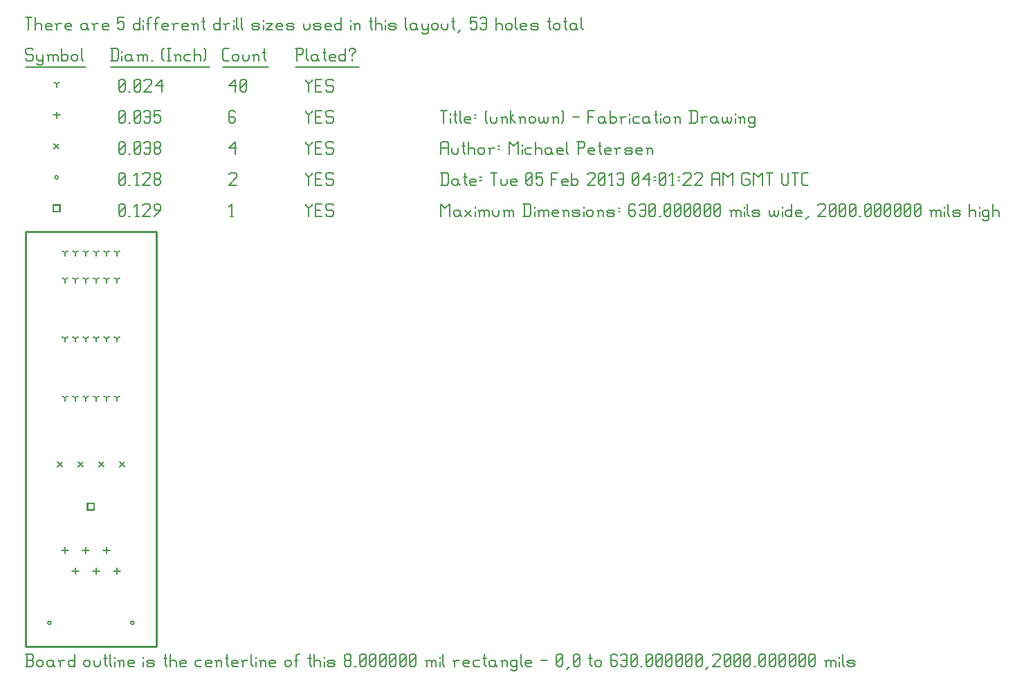
<source format=gbr>
G04 start of page 11 for group -3984 idx -3984 *
G04 Title: (unknown), fab *
G04 Creator: pcb 20110918 *
G04 CreationDate: Tue 05 Feb 2013 04:01:22 AM GMT UTC *
G04 For: railfan *
G04 Format: Gerber/RS-274X *
G04 PCB-Dimensions: 63000 200000 *
G04 PCB-Coordinate-Origin: lower left *
%MOIN*%
%FSLAX25Y25*%
%LNFAB*%
%ADD61C,0.0100*%
%ADD60C,0.0060*%
%ADD59R,0.0080X0.0080*%
G54D59*X29900Y69100D02*X33100D01*
X29900D02*Y65900D01*
X33100D01*
Y69100D02*Y65900D01*
X13400Y212850D02*X16600D01*
X13400D02*Y209650D01*
X16600D01*
Y212850D02*Y209650D01*
G54D60*X135000Y213500D02*Y212750D01*
X136500Y211250D01*
X138000Y212750D01*
Y213500D02*Y212750D01*
X136500Y211250D02*Y207500D01*
X139800Y210500D02*X142050D01*
X139800Y207500D02*X142800D01*
X139800Y213500D02*Y207500D01*
Y213500D02*X142800D01*
X147600D02*X148350Y212750D01*
X145350Y213500D02*X147600D01*
X144600Y212750D02*X145350Y213500D01*
X144600Y212750D02*Y211250D01*
X145350Y210500D01*
X147600D01*
X148350Y209750D01*
Y208250D01*
X147600Y207500D02*X148350Y208250D01*
X145350Y207500D02*X147600D01*
X144600Y208250D02*X145350Y207500D01*
X98750D02*X100250D01*
X99500Y213500D02*Y207500D01*
X98000Y212000D02*X99500Y213500D01*
X45000Y208250D02*X45750Y207500D01*
X45000Y212750D02*Y208250D01*
Y212750D02*X45750Y213500D01*
X47250D01*
X48000Y212750D01*
Y208250D01*
X47250Y207500D02*X48000Y208250D01*
X45750Y207500D02*X47250D01*
X45000Y209000D02*X48000Y212000D01*
X49800Y207500D02*X50550D01*
X53100D02*X54600D01*
X53850Y213500D02*Y207500D01*
X52350Y212000D02*X53850Y213500D01*
X56400Y212750D02*X57150Y213500D01*
X59400D01*
X60150Y212750D01*
Y211250D01*
X56400Y207500D02*X60150Y211250D01*
X56400Y207500D02*X60150D01*
X61950D02*X64950Y210500D01*
Y212750D02*Y210500D01*
X64200Y213500D02*X64950Y212750D01*
X62700Y213500D02*X64200D01*
X61950Y212750D02*X62700Y213500D01*
X61950Y212750D02*Y211250D01*
X62700Y210500D01*
X64950D01*
X10700Y11500D02*G75*G03X12300Y11500I800J0D01*G01*
G75*G03X10700Y11500I-800J0D01*G01*
X50700D02*G75*G03X52300Y11500I800J0D01*G01*
G75*G03X50700Y11500I-800J0D01*G01*
X14200Y226250D02*G75*G03X15800Y226250I800J0D01*G01*
G75*G03X14200Y226250I-800J0D01*G01*
X135000Y228500D02*Y227750D01*
X136500Y226250D01*
X138000Y227750D01*
Y228500D02*Y227750D01*
X136500Y226250D02*Y222500D01*
X139800Y225500D02*X142050D01*
X139800Y222500D02*X142800D01*
X139800Y228500D02*Y222500D01*
Y228500D02*X142800D01*
X147600D02*X148350Y227750D01*
X145350Y228500D02*X147600D01*
X144600Y227750D02*X145350Y228500D01*
X144600Y227750D02*Y226250D01*
X145350Y225500D01*
X147600D01*
X148350Y224750D01*
Y223250D01*
X147600Y222500D02*X148350Y223250D01*
X145350Y222500D02*X147600D01*
X144600Y223250D02*X145350Y222500D01*
X98000Y227750D02*X98750Y228500D01*
X101000D01*
X101750Y227750D01*
Y226250D01*
X98000Y222500D02*X101750Y226250D01*
X98000Y222500D02*X101750D01*
X45000Y223250D02*X45750Y222500D01*
X45000Y227750D02*Y223250D01*
Y227750D02*X45750Y228500D01*
X47250D01*
X48000Y227750D01*
Y223250D01*
X47250Y222500D02*X48000Y223250D01*
X45750Y222500D02*X47250D01*
X45000Y224000D02*X48000Y227000D01*
X49800Y222500D02*X50550D01*
X53100D02*X54600D01*
X53850Y228500D02*Y222500D01*
X52350Y227000D02*X53850Y228500D01*
X56400Y227750D02*X57150Y228500D01*
X59400D01*
X60150Y227750D01*
Y226250D01*
X56400Y222500D02*X60150Y226250D01*
X56400Y222500D02*X60150D01*
X61950Y223250D02*X62700Y222500D01*
X61950Y224750D02*Y223250D01*
Y224750D02*X62700Y225500D01*
X64200D01*
X64950Y224750D01*
Y223250D01*
X64200Y222500D02*X64950Y223250D01*
X62700Y222500D02*X64200D01*
X61950Y226250D02*X62700Y225500D01*
X61950Y227750D02*Y226250D01*
Y227750D02*X62700Y228500D01*
X64200D01*
X64950Y227750D01*
Y226250D01*
X64200Y225500D02*X64950Y226250D01*
X15300Y89200D02*X17700Y86800D01*
X15300D02*X17700Y89200D01*
X25300D02*X27700Y86800D01*
X25300D02*X27700Y89200D01*
X35300D02*X37700Y86800D01*
X35300D02*X37700Y89200D01*
X45300D02*X47700Y86800D01*
X45300D02*X47700Y89200D01*
X13800Y242450D02*X16200Y240050D01*
X13800D02*X16200Y242450D01*
X135000Y243500D02*Y242750D01*
X136500Y241250D01*
X138000Y242750D01*
Y243500D02*Y242750D01*
X136500Y241250D02*Y237500D01*
X139800Y240500D02*X142050D01*
X139800Y237500D02*X142800D01*
X139800Y243500D02*Y237500D01*
Y243500D02*X142800D01*
X147600D02*X148350Y242750D01*
X145350Y243500D02*X147600D01*
X144600Y242750D02*X145350Y243500D01*
X144600Y242750D02*Y241250D01*
X145350Y240500D01*
X147600D01*
X148350Y239750D01*
Y238250D01*
X147600Y237500D02*X148350Y238250D01*
X145350Y237500D02*X147600D01*
X144600Y238250D02*X145350Y237500D01*
X98000Y240500D02*X101000Y243500D01*
X98000Y240500D02*X101750D01*
X101000Y243500D02*Y237500D01*
X45000Y238250D02*X45750Y237500D01*
X45000Y242750D02*Y238250D01*
Y242750D02*X45750Y243500D01*
X47250D01*
X48000Y242750D01*
Y238250D01*
X47250Y237500D02*X48000Y238250D01*
X45750Y237500D02*X47250D01*
X45000Y239000D02*X48000Y242000D01*
X49800Y237500D02*X50550D01*
X52350Y238250D02*X53100Y237500D01*
X52350Y242750D02*Y238250D01*
Y242750D02*X53100Y243500D01*
X54600D01*
X55350Y242750D01*
Y238250D01*
X54600Y237500D02*X55350Y238250D01*
X53100Y237500D02*X54600D01*
X52350Y239000D02*X55350Y242000D01*
X57150Y242750D02*X57900Y243500D01*
X59400D01*
X60150Y242750D01*
Y238250D01*
X59400Y237500D02*X60150Y238250D01*
X57900Y237500D02*X59400D01*
X57150Y238250D02*X57900Y237500D01*
Y240500D02*X60150D01*
X61950Y238250D02*X62700Y237500D01*
X61950Y239750D02*Y238250D01*
Y239750D02*X62700Y240500D01*
X64200D01*
X64950Y239750D01*
Y238250D01*
X64200Y237500D02*X64950Y238250D01*
X62700Y237500D02*X64200D01*
X61950Y241250D02*X62700Y240500D01*
X61950Y242750D02*Y241250D01*
Y242750D02*X62700Y243500D01*
X64200D01*
X64950Y242750D01*
Y241250D01*
X64200Y240500D02*X64950Y241250D01*
X19000Y48100D02*Y44900D01*
X17400Y46500D02*X20600D01*
X24000Y38100D02*Y34900D01*
X22400Y36500D02*X25600D01*
X29000Y48100D02*Y44900D01*
X27400Y46500D02*X30600D01*
X34000Y38100D02*Y34900D01*
X32400Y36500D02*X35600D01*
X39000Y48100D02*Y44900D01*
X37400Y46500D02*X40600D01*
X44000Y38100D02*Y34900D01*
X42400Y36500D02*X45600D01*
X15000Y257850D02*Y254650D01*
X13400Y256250D02*X16600D01*
X135000Y258500D02*Y257750D01*
X136500Y256250D01*
X138000Y257750D01*
Y258500D02*Y257750D01*
X136500Y256250D02*Y252500D01*
X139800Y255500D02*X142050D01*
X139800Y252500D02*X142800D01*
X139800Y258500D02*Y252500D01*
Y258500D02*X142800D01*
X147600D02*X148350Y257750D01*
X145350Y258500D02*X147600D01*
X144600Y257750D02*X145350Y258500D01*
X144600Y257750D02*Y256250D01*
X145350Y255500D01*
X147600D01*
X148350Y254750D01*
Y253250D01*
X147600Y252500D02*X148350Y253250D01*
X145350Y252500D02*X147600D01*
X144600Y253250D02*X145350Y252500D01*
X100250Y258500D02*X101000Y257750D01*
X98750Y258500D02*X100250D01*
X98000Y257750D02*X98750Y258500D01*
X98000Y257750D02*Y253250D01*
X98750Y252500D01*
X100250Y255500D02*X101000Y254750D01*
X98000Y255500D02*X100250D01*
X98750Y252500D02*X100250D01*
X101000Y253250D01*
Y254750D02*Y253250D01*
X45000D02*X45750Y252500D01*
X45000Y257750D02*Y253250D01*
Y257750D02*X45750Y258500D01*
X47250D01*
X48000Y257750D01*
Y253250D01*
X47250Y252500D02*X48000Y253250D01*
X45750Y252500D02*X47250D01*
X45000Y254000D02*X48000Y257000D01*
X49800Y252500D02*X50550D01*
X52350Y253250D02*X53100Y252500D01*
X52350Y257750D02*Y253250D01*
Y257750D02*X53100Y258500D01*
X54600D01*
X55350Y257750D01*
Y253250D01*
X54600Y252500D02*X55350Y253250D01*
X53100Y252500D02*X54600D01*
X52350Y254000D02*X55350Y257000D01*
X57150Y257750D02*X57900Y258500D01*
X59400D01*
X60150Y257750D01*
Y253250D01*
X59400Y252500D02*X60150Y253250D01*
X57900Y252500D02*X59400D01*
X57150Y253250D02*X57900Y252500D01*
Y255500D02*X60150D01*
X61950Y258500D02*X64950D01*
X61950D02*Y255500D01*
X62700Y256250D01*
X64200D01*
X64950Y255500D01*
Y253250D01*
X64200Y252500D02*X64950Y253250D01*
X62700Y252500D02*X64200D01*
X61950Y253250D02*X62700Y252500D01*
X24000Y190000D02*Y188400D01*
Y190000D02*X25387Y190800D01*
X24000Y190000D02*X22613Y190800D01*
X29000Y190000D02*Y188400D01*
Y190000D02*X30387Y190800D01*
X29000Y190000D02*X27613Y190800D01*
X34000Y190000D02*Y188400D01*
Y190000D02*X35387Y190800D01*
X34000Y190000D02*X32613Y190800D01*
X39000Y190000D02*Y188400D01*
Y190000D02*X40387Y190800D01*
X39000Y190000D02*X37613Y190800D01*
X24000Y120000D02*Y118400D01*
Y120000D02*X25387Y120800D01*
X24000Y120000D02*X22613Y120800D01*
X29000Y120000D02*Y118400D01*
Y120000D02*X30387Y120800D01*
X29000Y120000D02*X27613Y120800D01*
X34000Y120000D02*Y118400D01*
Y120000D02*X35387Y120800D01*
X34000Y120000D02*X32613Y120800D01*
X39000Y120000D02*Y118400D01*
Y120000D02*X40387Y120800D01*
X39000Y120000D02*X37613Y120800D01*
X24000Y177000D02*Y175400D01*
Y177000D02*X25387Y177800D01*
X24000Y177000D02*X22613Y177800D01*
X29000Y177000D02*Y175400D01*
Y177000D02*X30387Y177800D01*
X29000Y177000D02*X27613Y177800D01*
X34000Y177000D02*Y175400D01*
Y177000D02*X35387Y177800D01*
X34000Y177000D02*X32613Y177800D01*
X39000Y177000D02*Y175400D01*
Y177000D02*X40387Y177800D01*
X39000Y177000D02*X37613Y177800D01*
X24000Y148500D02*Y146900D01*
Y148500D02*X25387Y149300D01*
X24000Y148500D02*X22613Y149300D01*
X29000Y148500D02*Y146900D01*
Y148500D02*X30387Y149300D01*
X29000Y148500D02*X27613Y149300D01*
X34000Y148500D02*Y146900D01*
Y148500D02*X35387Y149300D01*
X34000Y148500D02*X32613Y149300D01*
X39000Y148500D02*Y146900D01*
Y148500D02*X40387Y149300D01*
X39000Y148500D02*X37613Y149300D01*
X19000Y190000D02*Y188400D01*
Y190000D02*X20387Y190800D01*
X19000Y190000D02*X17613Y190800D01*
X24000Y190000D02*Y188400D01*
Y190000D02*X25387Y190800D01*
X24000Y190000D02*X22613Y190800D01*
X29000Y190000D02*Y188400D01*
Y190000D02*X30387Y190800D01*
X29000Y190000D02*X27613Y190800D01*
X34000Y190000D02*Y188400D01*
Y190000D02*X35387Y190800D01*
X34000Y190000D02*X32613Y190800D01*
X39000Y190000D02*Y188400D01*
Y190000D02*X40387Y190800D01*
X39000Y190000D02*X37613Y190800D01*
X44000Y190000D02*Y188400D01*
Y190000D02*X45387Y190800D01*
X44000Y190000D02*X42613Y190800D01*
X19000Y148500D02*Y146900D01*
Y148500D02*X20387Y149300D01*
X19000Y148500D02*X17613Y149300D01*
X24000Y148500D02*Y146900D01*
Y148500D02*X25387Y149300D01*
X24000Y148500D02*X22613Y149300D01*
X29000Y148500D02*Y146900D01*
Y148500D02*X30387Y149300D01*
X29000Y148500D02*X27613Y149300D01*
X34000Y148500D02*Y146900D01*
Y148500D02*X35387Y149300D01*
X34000Y148500D02*X32613Y149300D01*
X39000Y148500D02*Y146900D01*
Y148500D02*X40387Y149300D01*
X39000Y148500D02*X37613Y149300D01*
X44000Y148500D02*Y146900D01*
Y148500D02*X45387Y149300D01*
X44000Y148500D02*X42613Y149300D01*
X19000Y120000D02*Y118400D01*
Y120000D02*X20387Y120800D01*
X19000Y120000D02*X17613Y120800D01*
X24000Y120000D02*Y118400D01*
Y120000D02*X25387Y120800D01*
X24000Y120000D02*X22613Y120800D01*
X29000Y120000D02*Y118400D01*
Y120000D02*X30387Y120800D01*
X29000Y120000D02*X27613Y120800D01*
X34000Y120000D02*Y118400D01*
Y120000D02*X35387Y120800D01*
X34000Y120000D02*X32613Y120800D01*
X39000Y120000D02*Y118400D01*
Y120000D02*X40387Y120800D01*
X39000Y120000D02*X37613Y120800D01*
X44000Y120000D02*Y118400D01*
Y120000D02*X45387Y120800D01*
X44000Y120000D02*X42613Y120800D01*
X19000Y177000D02*Y175400D01*
Y177000D02*X20387Y177800D01*
X19000Y177000D02*X17613Y177800D01*
X24000Y177000D02*Y175400D01*
Y177000D02*X25387Y177800D01*
X24000Y177000D02*X22613Y177800D01*
X29000Y177000D02*Y175400D01*
Y177000D02*X30387Y177800D01*
X29000Y177000D02*X27613Y177800D01*
X34000Y177000D02*Y175400D01*
Y177000D02*X35387Y177800D01*
X34000Y177000D02*X32613Y177800D01*
X39000Y177000D02*Y175400D01*
Y177000D02*X40387Y177800D01*
X39000Y177000D02*X37613Y177800D01*
X44000Y177000D02*Y175400D01*
Y177000D02*X45387Y177800D01*
X44000Y177000D02*X42613Y177800D01*
X15000Y271250D02*Y269650D01*
Y271250D02*X16387Y272050D01*
X15000Y271250D02*X13613Y272050D01*
X135000Y273500D02*Y272750D01*
X136500Y271250D01*
X138000Y272750D01*
Y273500D02*Y272750D01*
X136500Y271250D02*Y267500D01*
X139800Y270500D02*X142050D01*
X139800Y267500D02*X142800D01*
X139800Y273500D02*Y267500D01*
Y273500D02*X142800D01*
X147600D02*X148350Y272750D01*
X145350Y273500D02*X147600D01*
X144600Y272750D02*X145350Y273500D01*
X144600Y272750D02*Y271250D01*
X145350Y270500D01*
X147600D01*
X148350Y269750D01*
Y268250D01*
X147600Y267500D02*X148350Y268250D01*
X145350Y267500D02*X147600D01*
X144600Y268250D02*X145350Y267500D01*
X98000Y270500D02*X101000Y273500D01*
X98000Y270500D02*X101750D01*
X101000Y273500D02*Y267500D01*
X103550Y268250D02*X104300Y267500D01*
X103550Y272750D02*Y268250D01*
Y272750D02*X104300Y273500D01*
X105800D01*
X106550Y272750D01*
Y268250D01*
X105800Y267500D02*X106550Y268250D01*
X104300Y267500D02*X105800D01*
X103550Y269000D02*X106550Y272000D01*
X45000Y268250D02*X45750Y267500D01*
X45000Y272750D02*Y268250D01*
Y272750D02*X45750Y273500D01*
X47250D01*
X48000Y272750D01*
Y268250D01*
X47250Y267500D02*X48000Y268250D01*
X45750Y267500D02*X47250D01*
X45000Y269000D02*X48000Y272000D01*
X49800Y267500D02*X50550D01*
X52350Y268250D02*X53100Y267500D01*
X52350Y272750D02*Y268250D01*
Y272750D02*X53100Y273500D01*
X54600D01*
X55350Y272750D01*
Y268250D01*
X54600Y267500D02*X55350Y268250D01*
X53100Y267500D02*X54600D01*
X52350Y269000D02*X55350Y272000D01*
X57150Y272750D02*X57900Y273500D01*
X60150D01*
X60900Y272750D01*
Y271250D01*
X57150Y267500D02*X60900Y271250D01*
X57150Y267500D02*X60900D01*
X62700Y270500D02*X65700Y273500D01*
X62700Y270500D02*X66450D01*
X65700Y273500D02*Y267500D01*
X3000Y288500D02*X3750Y287750D01*
X750Y288500D02*X3000D01*
X0Y287750D02*X750Y288500D01*
X0Y287750D02*Y286250D01*
X750Y285500D01*
X3000D01*
X3750Y284750D01*
Y283250D01*
X3000Y282500D02*X3750Y283250D01*
X750Y282500D02*X3000D01*
X0Y283250D02*X750Y282500D01*
X5550Y285500D02*Y283250D01*
X6300Y282500D01*
X8550Y285500D02*Y281000D01*
X7800Y280250D02*X8550Y281000D01*
X6300Y280250D02*X7800D01*
X5550Y281000D02*X6300Y280250D01*
Y282500D02*X7800D01*
X8550Y283250D01*
X11100Y284750D02*Y282500D01*
Y284750D02*X11850Y285500D01*
X12600D01*
X13350Y284750D01*
Y282500D01*
Y284750D02*X14100Y285500D01*
X14850D01*
X15600Y284750D01*
Y282500D01*
X10350Y285500D02*X11100Y284750D01*
X17400Y288500D02*Y282500D01*
Y283250D02*X18150Y282500D01*
X19650D01*
X20400Y283250D01*
Y284750D02*Y283250D01*
X19650Y285500D02*X20400Y284750D01*
X18150Y285500D02*X19650D01*
X17400Y284750D02*X18150Y285500D01*
X22200Y284750D02*Y283250D01*
Y284750D02*X22950Y285500D01*
X24450D01*
X25200Y284750D01*
Y283250D01*
X24450Y282500D02*X25200Y283250D01*
X22950Y282500D02*X24450D01*
X22200Y283250D02*X22950Y282500D01*
X27000Y288500D02*Y283250D01*
X27750Y282500D01*
X0Y279250D02*X29250D01*
X41750Y288500D02*Y282500D01*
X44000Y288500D02*X44750Y287750D01*
Y283250D01*
X44000Y282500D02*X44750Y283250D01*
X41000Y282500D02*X44000D01*
X41000Y288500D02*X44000D01*
X46550Y287000D02*Y286250D01*
Y284750D02*Y282500D01*
X50300Y285500D02*X51050Y284750D01*
X48800Y285500D02*X50300D01*
X48050Y284750D02*X48800Y285500D01*
X48050Y284750D02*Y283250D01*
X48800Y282500D01*
X51050Y285500D02*Y283250D01*
X51800Y282500D01*
X48800D02*X50300D01*
X51050Y283250D01*
X54350Y284750D02*Y282500D01*
Y284750D02*X55100Y285500D01*
X55850D01*
X56600Y284750D01*
Y282500D01*
Y284750D02*X57350Y285500D01*
X58100D01*
X58850Y284750D01*
Y282500D01*
X53600Y285500D02*X54350Y284750D01*
X60650Y282500D02*X61400D01*
X65900Y283250D02*X66650Y282500D01*
X65900Y287750D02*X66650Y288500D01*
X65900Y287750D02*Y283250D01*
X68450Y288500D02*X69950D01*
X69200D02*Y282500D01*
X68450D02*X69950D01*
X72500Y284750D02*Y282500D01*
Y284750D02*X73250Y285500D01*
X74000D01*
X74750Y284750D01*
Y282500D01*
X71750Y285500D02*X72500Y284750D01*
X77300Y285500D02*X79550D01*
X76550Y284750D02*X77300Y285500D01*
X76550Y284750D02*Y283250D01*
X77300Y282500D01*
X79550D01*
X81350Y288500D02*Y282500D01*
Y284750D02*X82100Y285500D01*
X83600D01*
X84350Y284750D01*
Y282500D01*
X86150Y288500D02*X86900Y287750D01*
Y283250D01*
X86150Y282500D02*X86900Y283250D01*
X41000Y279250D02*X88700D01*
X95750Y282500D02*X98000D01*
X95000Y283250D02*X95750Y282500D01*
X95000Y287750D02*Y283250D01*
Y287750D02*X95750Y288500D01*
X98000D01*
X99800Y284750D02*Y283250D01*
Y284750D02*X100550Y285500D01*
X102050D01*
X102800Y284750D01*
Y283250D01*
X102050Y282500D02*X102800Y283250D01*
X100550Y282500D02*X102050D01*
X99800Y283250D02*X100550Y282500D01*
X104600Y285500D02*Y283250D01*
X105350Y282500D01*
X106850D01*
X107600Y283250D01*
Y285500D02*Y283250D01*
X110150Y284750D02*Y282500D01*
Y284750D02*X110900Y285500D01*
X111650D01*
X112400Y284750D01*
Y282500D01*
X109400Y285500D02*X110150Y284750D01*
X114950Y288500D02*Y283250D01*
X115700Y282500D01*
X114200Y286250D02*X115700D01*
X95000Y279250D02*X117200D01*
X130750Y288500D02*Y282500D01*
X130000Y288500D02*X133000D01*
X133750Y287750D01*
Y286250D01*
X133000Y285500D02*X133750Y286250D01*
X130750Y285500D02*X133000D01*
X135550Y288500D02*Y283250D01*
X136300Y282500D01*
X140050Y285500D02*X140800Y284750D01*
X138550Y285500D02*X140050D01*
X137800Y284750D02*X138550Y285500D01*
X137800Y284750D02*Y283250D01*
X138550Y282500D01*
X140800Y285500D02*Y283250D01*
X141550Y282500D01*
X138550D02*X140050D01*
X140800Y283250D01*
X144100Y288500D02*Y283250D01*
X144850Y282500D01*
X143350Y286250D02*X144850D01*
X147100Y282500D02*X149350D01*
X146350Y283250D02*X147100Y282500D01*
X146350Y284750D02*Y283250D01*
Y284750D02*X147100Y285500D01*
X148600D01*
X149350Y284750D01*
X146350Y284000D02*X149350D01*
Y284750D02*Y284000D01*
X154150Y288500D02*Y282500D01*
X153400D02*X154150Y283250D01*
X151900Y282500D02*X153400D01*
X151150Y283250D02*X151900Y282500D01*
X151150Y284750D02*Y283250D01*
Y284750D02*X151900Y285500D01*
X153400D01*
X154150Y284750D01*
X157450Y285500D02*Y284750D01*
Y283250D02*Y282500D01*
X155950Y287750D02*Y287000D01*
Y287750D02*X156700Y288500D01*
X158200D01*
X158950Y287750D01*
Y287000D01*
X157450Y285500D02*X158950Y287000D01*
X130000Y279250D02*X160750D01*
X0Y303500D02*X3000D01*
X1500D02*Y297500D01*
X4800Y303500D02*Y297500D01*
Y299750D02*X5550Y300500D01*
X7050D01*
X7800Y299750D01*
Y297500D01*
X10350D02*X12600D01*
X9600Y298250D02*X10350Y297500D01*
X9600Y299750D02*Y298250D01*
Y299750D02*X10350Y300500D01*
X11850D01*
X12600Y299750D01*
X9600Y299000D02*X12600D01*
Y299750D02*Y299000D01*
X15150Y299750D02*Y297500D01*
Y299750D02*X15900Y300500D01*
X17400D01*
X14400D02*X15150Y299750D01*
X19950Y297500D02*X22200D01*
X19200Y298250D02*X19950Y297500D01*
X19200Y299750D02*Y298250D01*
Y299750D02*X19950Y300500D01*
X21450D01*
X22200Y299750D01*
X19200Y299000D02*X22200D01*
Y299750D02*Y299000D01*
X28950Y300500D02*X29700Y299750D01*
X27450Y300500D02*X28950D01*
X26700Y299750D02*X27450Y300500D01*
X26700Y299750D02*Y298250D01*
X27450Y297500D01*
X29700Y300500D02*Y298250D01*
X30450Y297500D01*
X27450D02*X28950D01*
X29700Y298250D01*
X33000Y299750D02*Y297500D01*
Y299750D02*X33750Y300500D01*
X35250D01*
X32250D02*X33000Y299750D01*
X37800Y297500D02*X40050D01*
X37050Y298250D02*X37800Y297500D01*
X37050Y299750D02*Y298250D01*
Y299750D02*X37800Y300500D01*
X39300D01*
X40050Y299750D01*
X37050Y299000D02*X40050D01*
Y299750D02*Y299000D01*
X44550Y303500D02*X47550D01*
X44550D02*Y300500D01*
X45300Y301250D01*
X46800D01*
X47550Y300500D01*
Y298250D01*
X46800Y297500D02*X47550Y298250D01*
X45300Y297500D02*X46800D01*
X44550Y298250D02*X45300Y297500D01*
X55050Y303500D02*Y297500D01*
X54300D02*X55050Y298250D01*
X52800Y297500D02*X54300D01*
X52050Y298250D02*X52800Y297500D01*
X52050Y299750D02*Y298250D01*
Y299750D02*X52800Y300500D01*
X54300D01*
X55050Y299750D01*
X56850Y302000D02*Y301250D01*
Y299750D02*Y297500D01*
X59100Y302750D02*Y297500D01*
Y302750D02*X59850Y303500D01*
X60600D01*
X58350Y300500D02*X59850D01*
X62850Y302750D02*Y297500D01*
Y302750D02*X63600Y303500D01*
X64350D01*
X62100Y300500D02*X63600D01*
X66600Y297500D02*X68850D01*
X65850Y298250D02*X66600Y297500D01*
X65850Y299750D02*Y298250D01*
Y299750D02*X66600Y300500D01*
X68100D01*
X68850Y299750D01*
X65850Y299000D02*X68850D01*
Y299750D02*Y299000D01*
X71400Y299750D02*Y297500D01*
Y299750D02*X72150Y300500D01*
X73650D01*
X70650D02*X71400Y299750D01*
X76200Y297500D02*X78450D01*
X75450Y298250D02*X76200Y297500D01*
X75450Y299750D02*Y298250D01*
Y299750D02*X76200Y300500D01*
X77700D01*
X78450Y299750D01*
X75450Y299000D02*X78450D01*
Y299750D02*Y299000D01*
X81000Y299750D02*Y297500D01*
Y299750D02*X81750Y300500D01*
X82500D01*
X83250Y299750D01*
Y297500D01*
X80250Y300500D02*X81000Y299750D01*
X85800Y303500D02*Y298250D01*
X86550Y297500D01*
X85050Y301250D02*X86550D01*
X93750Y303500D02*Y297500D01*
X93000D02*X93750Y298250D01*
X91500Y297500D02*X93000D01*
X90750Y298250D02*X91500Y297500D01*
X90750Y299750D02*Y298250D01*
Y299750D02*X91500Y300500D01*
X93000D01*
X93750Y299750D01*
X96300D02*Y297500D01*
Y299750D02*X97050Y300500D01*
X98550D01*
X95550D02*X96300Y299750D01*
X100350Y302000D02*Y301250D01*
Y299750D02*Y297500D01*
X101850Y303500D02*Y298250D01*
X102600Y297500D01*
X104100Y303500D02*Y298250D01*
X104850Y297500D01*
X109800D02*X112050D01*
X112800Y298250D01*
X112050Y299000D02*X112800Y298250D01*
X109800Y299000D02*X112050D01*
X109050Y299750D02*X109800Y299000D01*
X109050Y299750D02*X109800Y300500D01*
X112050D01*
X112800Y299750D01*
X109050Y298250D02*X109800Y297500D01*
X114600Y302000D02*Y301250D01*
Y299750D02*Y297500D01*
X116100Y300500D02*X119100D01*
X116100Y297500D02*X119100Y300500D01*
X116100Y297500D02*X119100D01*
X121650D02*X123900D01*
X120900Y298250D02*X121650Y297500D01*
X120900Y299750D02*Y298250D01*
Y299750D02*X121650Y300500D01*
X123150D01*
X123900Y299750D01*
X120900Y299000D02*X123900D01*
Y299750D02*Y299000D01*
X126450Y297500D02*X128700D01*
X129450Y298250D01*
X128700Y299000D02*X129450Y298250D01*
X126450Y299000D02*X128700D01*
X125700Y299750D02*X126450Y299000D01*
X125700Y299750D02*X126450Y300500D01*
X128700D01*
X129450Y299750D01*
X125700Y298250D02*X126450Y297500D01*
X133950Y300500D02*Y298250D01*
X134700Y297500D01*
X136200D01*
X136950Y298250D01*
Y300500D02*Y298250D01*
X139500Y297500D02*X141750D01*
X142500Y298250D01*
X141750Y299000D02*X142500Y298250D01*
X139500Y299000D02*X141750D01*
X138750Y299750D02*X139500Y299000D01*
X138750Y299750D02*X139500Y300500D01*
X141750D01*
X142500Y299750D01*
X138750Y298250D02*X139500Y297500D01*
X145050D02*X147300D01*
X144300Y298250D02*X145050Y297500D01*
X144300Y299750D02*Y298250D01*
Y299750D02*X145050Y300500D01*
X146550D01*
X147300Y299750D01*
X144300Y299000D02*X147300D01*
Y299750D02*Y299000D01*
X152100Y303500D02*Y297500D01*
X151350D02*X152100Y298250D01*
X149850Y297500D02*X151350D01*
X149100Y298250D02*X149850Y297500D01*
X149100Y299750D02*Y298250D01*
Y299750D02*X149850Y300500D01*
X151350D01*
X152100Y299750D01*
X156600Y302000D02*Y301250D01*
Y299750D02*Y297500D01*
X158850Y299750D02*Y297500D01*
Y299750D02*X159600Y300500D01*
X160350D01*
X161100Y299750D01*
Y297500D01*
X158100Y300500D02*X158850Y299750D01*
X166350Y303500D02*Y298250D01*
X167100Y297500D01*
X165600Y301250D02*X167100D01*
X168600Y303500D02*Y297500D01*
Y299750D02*X169350Y300500D01*
X170850D01*
X171600Y299750D01*
Y297500D01*
X173400Y302000D02*Y301250D01*
Y299750D02*Y297500D01*
X175650D02*X177900D01*
X178650Y298250D01*
X177900Y299000D02*X178650Y298250D01*
X175650Y299000D02*X177900D01*
X174900Y299750D02*X175650Y299000D01*
X174900Y299750D02*X175650Y300500D01*
X177900D01*
X178650Y299750D01*
X174900Y298250D02*X175650Y297500D01*
X183150Y303500D02*Y298250D01*
X183900Y297500D01*
X187650Y300500D02*X188400Y299750D01*
X186150Y300500D02*X187650D01*
X185400Y299750D02*X186150Y300500D01*
X185400Y299750D02*Y298250D01*
X186150Y297500D01*
X188400Y300500D02*Y298250D01*
X189150Y297500D01*
X186150D02*X187650D01*
X188400Y298250D01*
X190950Y300500D02*Y298250D01*
X191700Y297500D01*
X193950Y300500D02*Y296000D01*
X193200Y295250D02*X193950Y296000D01*
X191700Y295250D02*X193200D01*
X190950Y296000D02*X191700Y295250D01*
Y297500D02*X193200D01*
X193950Y298250D01*
X195750Y299750D02*Y298250D01*
Y299750D02*X196500Y300500D01*
X198000D01*
X198750Y299750D01*
Y298250D01*
X198000Y297500D02*X198750Y298250D01*
X196500Y297500D02*X198000D01*
X195750Y298250D02*X196500Y297500D01*
X200550Y300500D02*Y298250D01*
X201300Y297500D01*
X202800D01*
X203550Y298250D01*
Y300500D02*Y298250D01*
X206100Y303500D02*Y298250D01*
X206850Y297500D01*
X205350Y301250D02*X206850D01*
X208350Y296000D02*X209850Y297500D01*
X214350Y303500D02*X217350D01*
X214350D02*Y300500D01*
X215100Y301250D01*
X216600D01*
X217350Y300500D01*
Y298250D01*
X216600Y297500D02*X217350Y298250D01*
X215100Y297500D02*X216600D01*
X214350Y298250D02*X215100Y297500D01*
X219150Y302750D02*X219900Y303500D01*
X221400D01*
X222150Y302750D01*
Y298250D01*
X221400Y297500D02*X222150Y298250D01*
X219900Y297500D02*X221400D01*
X219150Y298250D02*X219900Y297500D01*
Y300500D02*X222150D01*
X226650Y303500D02*Y297500D01*
Y299750D02*X227400Y300500D01*
X228900D01*
X229650Y299750D01*
Y297500D01*
X231450Y299750D02*Y298250D01*
Y299750D02*X232200Y300500D01*
X233700D01*
X234450Y299750D01*
Y298250D01*
X233700Y297500D02*X234450Y298250D01*
X232200Y297500D02*X233700D01*
X231450Y298250D02*X232200Y297500D01*
X236250Y303500D02*Y298250D01*
X237000Y297500D01*
X239250D02*X241500D01*
X238500Y298250D02*X239250Y297500D01*
X238500Y299750D02*Y298250D01*
Y299750D02*X239250Y300500D01*
X240750D01*
X241500Y299750D01*
X238500Y299000D02*X241500D01*
Y299750D02*Y299000D01*
X244050Y297500D02*X246300D01*
X247050Y298250D01*
X246300Y299000D02*X247050Y298250D01*
X244050Y299000D02*X246300D01*
X243300Y299750D02*X244050Y299000D01*
X243300Y299750D02*X244050Y300500D01*
X246300D01*
X247050Y299750D01*
X243300Y298250D02*X244050Y297500D01*
X252300Y303500D02*Y298250D01*
X253050Y297500D01*
X251550Y301250D02*X253050D01*
X254550Y299750D02*Y298250D01*
Y299750D02*X255300Y300500D01*
X256800D01*
X257550Y299750D01*
Y298250D01*
X256800Y297500D02*X257550Y298250D01*
X255300Y297500D02*X256800D01*
X254550Y298250D02*X255300Y297500D01*
X260100Y303500D02*Y298250D01*
X260850Y297500D01*
X259350Y301250D02*X260850D01*
X264600Y300500D02*X265350Y299750D01*
X263100Y300500D02*X264600D01*
X262350Y299750D02*X263100Y300500D01*
X262350Y299750D02*Y298250D01*
X263100Y297500D01*
X265350Y300500D02*Y298250D01*
X266100Y297500D01*
X263100D02*X264600D01*
X265350Y298250D01*
X267900Y303500D02*Y298250D01*
X268650Y297500D01*
G54D61*X0Y200000D02*X63000D01*
X0D02*Y0D01*
X63000Y200000D02*Y0D01*
X0D02*X63000D01*
G54D60*X200000Y213500D02*Y207500D01*
Y213500D02*X202250Y211250D01*
X204500Y213500D01*
Y207500D01*
X208550Y210500D02*X209300Y209750D01*
X207050Y210500D02*X208550D01*
X206300Y209750D02*X207050Y210500D01*
X206300Y209750D02*Y208250D01*
X207050Y207500D01*
X209300Y210500D02*Y208250D01*
X210050Y207500D01*
X207050D02*X208550D01*
X209300Y208250D01*
X211850Y210500D02*X214850Y207500D01*
X211850D02*X214850Y210500D01*
X216650Y212000D02*Y211250D01*
Y209750D02*Y207500D01*
X218900Y209750D02*Y207500D01*
Y209750D02*X219650Y210500D01*
X220400D01*
X221150Y209750D01*
Y207500D01*
Y209750D02*X221900Y210500D01*
X222650D01*
X223400Y209750D01*
Y207500D01*
X218150Y210500D02*X218900Y209750D01*
X225200Y210500D02*Y208250D01*
X225950Y207500D01*
X227450D01*
X228200Y208250D01*
Y210500D02*Y208250D01*
X230750Y209750D02*Y207500D01*
Y209750D02*X231500Y210500D01*
X232250D01*
X233000Y209750D01*
Y207500D01*
Y209750D02*X233750Y210500D01*
X234500D01*
X235250Y209750D01*
Y207500D01*
X230000Y210500D02*X230750Y209750D01*
X240500Y213500D02*Y207500D01*
X242750Y213500D02*X243500Y212750D01*
Y208250D01*
X242750Y207500D02*X243500Y208250D01*
X239750Y207500D02*X242750D01*
X239750Y213500D02*X242750D01*
X245300Y212000D02*Y211250D01*
Y209750D02*Y207500D01*
X247550Y209750D02*Y207500D01*
Y209750D02*X248300Y210500D01*
X249050D01*
X249800Y209750D01*
Y207500D01*
Y209750D02*X250550Y210500D01*
X251300D01*
X252050Y209750D01*
Y207500D01*
X246800Y210500D02*X247550Y209750D01*
X254600Y207500D02*X256850D01*
X253850Y208250D02*X254600Y207500D01*
X253850Y209750D02*Y208250D01*
Y209750D02*X254600Y210500D01*
X256100D01*
X256850Y209750D01*
X253850Y209000D02*X256850D01*
Y209750D02*Y209000D01*
X259400Y209750D02*Y207500D01*
Y209750D02*X260150Y210500D01*
X260900D01*
X261650Y209750D01*
Y207500D01*
X258650Y210500D02*X259400Y209750D01*
X264200Y207500D02*X266450D01*
X267200Y208250D01*
X266450Y209000D02*X267200Y208250D01*
X264200Y209000D02*X266450D01*
X263450Y209750D02*X264200Y209000D01*
X263450Y209750D02*X264200Y210500D01*
X266450D01*
X267200Y209750D01*
X263450Y208250D02*X264200Y207500D01*
X269000Y212000D02*Y211250D01*
Y209750D02*Y207500D01*
X270500Y209750D02*Y208250D01*
Y209750D02*X271250Y210500D01*
X272750D01*
X273500Y209750D01*
Y208250D01*
X272750Y207500D02*X273500Y208250D01*
X271250Y207500D02*X272750D01*
X270500Y208250D02*X271250Y207500D01*
X276050Y209750D02*Y207500D01*
Y209750D02*X276800Y210500D01*
X277550D01*
X278300Y209750D01*
Y207500D01*
X275300Y210500D02*X276050Y209750D01*
X280850Y207500D02*X283100D01*
X283850Y208250D01*
X283100Y209000D02*X283850Y208250D01*
X280850Y209000D02*X283100D01*
X280100Y209750D02*X280850Y209000D01*
X280100Y209750D02*X280850Y210500D01*
X283100D01*
X283850Y209750D01*
X280100Y208250D02*X280850Y207500D01*
X285650Y211250D02*X286400D01*
X285650Y209750D02*X286400D01*
X293150Y213500D02*X293900Y212750D01*
X291650Y213500D02*X293150D01*
X290900Y212750D02*X291650Y213500D01*
X290900Y212750D02*Y208250D01*
X291650Y207500D01*
X293150Y210500D02*X293900Y209750D01*
X290900Y210500D02*X293150D01*
X291650Y207500D02*X293150D01*
X293900Y208250D01*
Y209750D02*Y208250D01*
X295700Y212750D02*X296450Y213500D01*
X297950D01*
X298700Y212750D01*
Y208250D01*
X297950Y207500D02*X298700Y208250D01*
X296450Y207500D02*X297950D01*
X295700Y208250D02*X296450Y207500D01*
Y210500D02*X298700D01*
X300500Y208250D02*X301250Y207500D01*
X300500Y212750D02*Y208250D01*
Y212750D02*X301250Y213500D01*
X302750D01*
X303500Y212750D01*
Y208250D01*
X302750Y207500D02*X303500Y208250D01*
X301250Y207500D02*X302750D01*
X300500Y209000D02*X303500Y212000D01*
X305300Y207500D02*X306050D01*
X307850Y208250D02*X308600Y207500D01*
X307850Y212750D02*Y208250D01*
Y212750D02*X308600Y213500D01*
X310100D01*
X310850Y212750D01*
Y208250D01*
X310100Y207500D02*X310850Y208250D01*
X308600Y207500D02*X310100D01*
X307850Y209000D02*X310850Y212000D01*
X312650Y208250D02*X313400Y207500D01*
X312650Y212750D02*Y208250D01*
Y212750D02*X313400Y213500D01*
X314900D01*
X315650Y212750D01*
Y208250D01*
X314900Y207500D02*X315650Y208250D01*
X313400Y207500D02*X314900D01*
X312650Y209000D02*X315650Y212000D01*
X317450Y208250D02*X318200Y207500D01*
X317450Y212750D02*Y208250D01*
Y212750D02*X318200Y213500D01*
X319700D01*
X320450Y212750D01*
Y208250D01*
X319700Y207500D02*X320450Y208250D01*
X318200Y207500D02*X319700D01*
X317450Y209000D02*X320450Y212000D01*
X322250Y208250D02*X323000Y207500D01*
X322250Y212750D02*Y208250D01*
Y212750D02*X323000Y213500D01*
X324500D01*
X325250Y212750D01*
Y208250D01*
X324500Y207500D02*X325250Y208250D01*
X323000Y207500D02*X324500D01*
X322250Y209000D02*X325250Y212000D01*
X327050Y208250D02*X327800Y207500D01*
X327050Y212750D02*Y208250D01*
Y212750D02*X327800Y213500D01*
X329300D01*
X330050Y212750D01*
Y208250D01*
X329300Y207500D02*X330050Y208250D01*
X327800Y207500D02*X329300D01*
X327050Y209000D02*X330050Y212000D01*
X331850Y208250D02*X332600Y207500D01*
X331850Y212750D02*Y208250D01*
Y212750D02*X332600Y213500D01*
X334100D01*
X334850Y212750D01*
Y208250D01*
X334100Y207500D02*X334850Y208250D01*
X332600Y207500D02*X334100D01*
X331850Y209000D02*X334850Y212000D01*
X340100Y209750D02*Y207500D01*
Y209750D02*X340850Y210500D01*
X341600D01*
X342350Y209750D01*
Y207500D01*
Y209750D02*X343100Y210500D01*
X343850D01*
X344600Y209750D01*
Y207500D01*
X339350Y210500D02*X340100Y209750D01*
X346400Y212000D02*Y211250D01*
Y209750D02*Y207500D01*
X347900Y213500D02*Y208250D01*
X348650Y207500D01*
X350900D02*X353150D01*
X353900Y208250D01*
X353150Y209000D02*X353900Y208250D01*
X350900Y209000D02*X353150D01*
X350150Y209750D02*X350900Y209000D01*
X350150Y209750D02*X350900Y210500D01*
X353150D01*
X353900Y209750D01*
X350150Y208250D02*X350900Y207500D01*
X358400Y210500D02*Y208250D01*
X359150Y207500D01*
X359900D01*
X360650Y208250D01*
Y210500D02*Y208250D01*
X361400Y207500D01*
X362150D01*
X362900Y208250D01*
Y210500D02*Y208250D01*
X364700Y212000D02*Y211250D01*
Y209750D02*Y207500D01*
X369200Y213500D02*Y207500D01*
X368450D02*X369200Y208250D01*
X366950Y207500D02*X368450D01*
X366200Y208250D02*X366950Y207500D01*
X366200Y209750D02*Y208250D01*
Y209750D02*X366950Y210500D01*
X368450D01*
X369200Y209750D01*
X371750Y207500D02*X374000D01*
X371000Y208250D02*X371750Y207500D01*
X371000Y209750D02*Y208250D01*
Y209750D02*X371750Y210500D01*
X373250D01*
X374000Y209750D01*
X371000Y209000D02*X374000D01*
Y209750D02*Y209000D01*
X375800Y206000D02*X377300Y207500D01*
X381800Y212750D02*X382550Y213500D01*
X384800D01*
X385550Y212750D01*
Y211250D01*
X381800Y207500D02*X385550Y211250D01*
X381800Y207500D02*X385550D01*
X387350Y208250D02*X388100Y207500D01*
X387350Y212750D02*Y208250D01*
Y212750D02*X388100Y213500D01*
X389600D01*
X390350Y212750D01*
Y208250D01*
X389600Y207500D02*X390350Y208250D01*
X388100Y207500D02*X389600D01*
X387350Y209000D02*X390350Y212000D01*
X392150Y208250D02*X392900Y207500D01*
X392150Y212750D02*Y208250D01*
Y212750D02*X392900Y213500D01*
X394400D01*
X395150Y212750D01*
Y208250D01*
X394400Y207500D02*X395150Y208250D01*
X392900Y207500D02*X394400D01*
X392150Y209000D02*X395150Y212000D01*
X396950Y208250D02*X397700Y207500D01*
X396950Y212750D02*Y208250D01*
Y212750D02*X397700Y213500D01*
X399200D01*
X399950Y212750D01*
Y208250D01*
X399200Y207500D02*X399950Y208250D01*
X397700Y207500D02*X399200D01*
X396950Y209000D02*X399950Y212000D01*
X401750Y207500D02*X402500D01*
X404300Y208250D02*X405050Y207500D01*
X404300Y212750D02*Y208250D01*
Y212750D02*X405050Y213500D01*
X406550D01*
X407300Y212750D01*
Y208250D01*
X406550Y207500D02*X407300Y208250D01*
X405050Y207500D02*X406550D01*
X404300Y209000D02*X407300Y212000D01*
X409100Y208250D02*X409850Y207500D01*
X409100Y212750D02*Y208250D01*
Y212750D02*X409850Y213500D01*
X411350D01*
X412100Y212750D01*
Y208250D01*
X411350Y207500D02*X412100Y208250D01*
X409850Y207500D02*X411350D01*
X409100Y209000D02*X412100Y212000D01*
X413900Y208250D02*X414650Y207500D01*
X413900Y212750D02*Y208250D01*
Y212750D02*X414650Y213500D01*
X416150D01*
X416900Y212750D01*
Y208250D01*
X416150Y207500D02*X416900Y208250D01*
X414650Y207500D02*X416150D01*
X413900Y209000D02*X416900Y212000D01*
X418700Y208250D02*X419450Y207500D01*
X418700Y212750D02*Y208250D01*
Y212750D02*X419450Y213500D01*
X420950D01*
X421700Y212750D01*
Y208250D01*
X420950Y207500D02*X421700Y208250D01*
X419450Y207500D02*X420950D01*
X418700Y209000D02*X421700Y212000D01*
X423500Y208250D02*X424250Y207500D01*
X423500Y212750D02*Y208250D01*
Y212750D02*X424250Y213500D01*
X425750D01*
X426500Y212750D01*
Y208250D01*
X425750Y207500D02*X426500Y208250D01*
X424250Y207500D02*X425750D01*
X423500Y209000D02*X426500Y212000D01*
X428300Y208250D02*X429050Y207500D01*
X428300Y212750D02*Y208250D01*
Y212750D02*X429050Y213500D01*
X430550D01*
X431300Y212750D01*
Y208250D01*
X430550Y207500D02*X431300Y208250D01*
X429050Y207500D02*X430550D01*
X428300Y209000D02*X431300Y212000D01*
X436550Y209750D02*Y207500D01*
Y209750D02*X437300Y210500D01*
X438050D01*
X438800Y209750D01*
Y207500D01*
Y209750D02*X439550Y210500D01*
X440300D01*
X441050Y209750D01*
Y207500D01*
X435800Y210500D02*X436550Y209750D01*
X442850Y212000D02*Y211250D01*
Y209750D02*Y207500D01*
X444350Y213500D02*Y208250D01*
X445100Y207500D01*
X447350D02*X449600D01*
X450350Y208250D01*
X449600Y209000D02*X450350Y208250D01*
X447350Y209000D02*X449600D01*
X446600Y209750D02*X447350Y209000D01*
X446600Y209750D02*X447350Y210500D01*
X449600D01*
X450350Y209750D01*
X446600Y208250D02*X447350Y207500D01*
X454850Y213500D02*Y207500D01*
Y209750D02*X455600Y210500D01*
X457100D01*
X457850Y209750D01*
Y207500D01*
X459650Y212000D02*Y211250D01*
Y209750D02*Y207500D01*
X463400Y210500D02*X464150Y209750D01*
X461900Y210500D02*X463400D01*
X461150Y209750D02*X461900Y210500D01*
X461150Y209750D02*Y208250D01*
X461900Y207500D01*
X463400D01*
X464150Y208250D01*
X461150Y206000D02*X461900Y205250D01*
X463400D01*
X464150Y206000D01*
Y210500D02*Y206000D01*
X465950Y213500D02*Y207500D01*
Y209750D02*X466700Y210500D01*
X468200D01*
X468950Y209750D01*
Y207500D01*
X0Y-9500D02*X3000D01*
X3750Y-8750D01*
Y-7250D02*Y-8750D01*
X3000Y-6500D02*X3750Y-7250D01*
X750Y-6500D02*X3000D01*
X750Y-3500D02*Y-9500D01*
X0Y-3500D02*X3000D01*
X3750Y-4250D01*
Y-5750D01*
X3000Y-6500D02*X3750Y-5750D01*
X5550Y-7250D02*Y-8750D01*
Y-7250D02*X6300Y-6500D01*
X7800D01*
X8550Y-7250D01*
Y-8750D01*
X7800Y-9500D02*X8550Y-8750D01*
X6300Y-9500D02*X7800D01*
X5550Y-8750D02*X6300Y-9500D01*
X12600Y-6500D02*X13350Y-7250D01*
X11100Y-6500D02*X12600D01*
X10350Y-7250D02*X11100Y-6500D01*
X10350Y-7250D02*Y-8750D01*
X11100Y-9500D01*
X13350Y-6500D02*Y-8750D01*
X14100Y-9500D01*
X11100D02*X12600D01*
X13350Y-8750D01*
X16650Y-7250D02*Y-9500D01*
Y-7250D02*X17400Y-6500D01*
X18900D01*
X15900D02*X16650Y-7250D01*
X23700Y-3500D02*Y-9500D01*
X22950D02*X23700Y-8750D01*
X21450Y-9500D02*X22950D01*
X20700Y-8750D02*X21450Y-9500D01*
X20700Y-7250D02*Y-8750D01*
Y-7250D02*X21450Y-6500D01*
X22950D01*
X23700Y-7250D01*
X28200D02*Y-8750D01*
Y-7250D02*X28950Y-6500D01*
X30450D01*
X31200Y-7250D01*
Y-8750D01*
X30450Y-9500D02*X31200Y-8750D01*
X28950Y-9500D02*X30450D01*
X28200Y-8750D02*X28950Y-9500D01*
X33000Y-6500D02*Y-8750D01*
X33750Y-9500D01*
X35250D01*
X36000Y-8750D01*
Y-6500D02*Y-8750D01*
X38550Y-3500D02*Y-8750D01*
X39300Y-9500D01*
X37800Y-5750D02*X39300D01*
X40800Y-3500D02*Y-8750D01*
X41550Y-9500D01*
X43050Y-5000D02*Y-5750D01*
Y-7250D02*Y-9500D01*
X45300Y-7250D02*Y-9500D01*
Y-7250D02*X46050Y-6500D01*
X46800D01*
X47550Y-7250D01*
Y-9500D01*
X44550Y-6500D02*X45300Y-7250D01*
X50100Y-9500D02*X52350D01*
X49350Y-8750D02*X50100Y-9500D01*
X49350Y-7250D02*Y-8750D01*
Y-7250D02*X50100Y-6500D01*
X51600D01*
X52350Y-7250D01*
X49350Y-8000D02*X52350D01*
Y-7250D02*Y-8000D01*
X56850Y-5000D02*Y-5750D01*
Y-7250D02*Y-9500D01*
X59100D02*X61350D01*
X62100Y-8750D01*
X61350Y-8000D02*X62100Y-8750D01*
X59100Y-8000D02*X61350D01*
X58350Y-7250D02*X59100Y-8000D01*
X58350Y-7250D02*X59100Y-6500D01*
X61350D01*
X62100Y-7250D01*
X58350Y-8750D02*X59100Y-9500D01*
X67350Y-3500D02*Y-8750D01*
X68100Y-9500D01*
X66600Y-5750D02*X68100D01*
X69600Y-3500D02*Y-9500D01*
Y-7250D02*X70350Y-6500D01*
X71850D01*
X72600Y-7250D01*
Y-9500D01*
X75150D02*X77400D01*
X74400Y-8750D02*X75150Y-9500D01*
X74400Y-7250D02*Y-8750D01*
Y-7250D02*X75150Y-6500D01*
X76650D01*
X77400Y-7250D01*
X74400Y-8000D02*X77400D01*
Y-7250D02*Y-8000D01*
X82650Y-6500D02*X84900D01*
X81900Y-7250D02*X82650Y-6500D01*
X81900Y-7250D02*Y-8750D01*
X82650Y-9500D01*
X84900D01*
X87450D02*X89700D01*
X86700Y-8750D02*X87450Y-9500D01*
X86700Y-7250D02*Y-8750D01*
Y-7250D02*X87450Y-6500D01*
X88950D01*
X89700Y-7250D01*
X86700Y-8000D02*X89700D01*
Y-7250D02*Y-8000D01*
X92250Y-7250D02*Y-9500D01*
Y-7250D02*X93000Y-6500D01*
X93750D01*
X94500Y-7250D01*
Y-9500D01*
X91500Y-6500D02*X92250Y-7250D01*
X97050Y-3500D02*Y-8750D01*
X97800Y-9500D01*
X96300Y-5750D02*X97800D01*
X100050Y-9500D02*X102300D01*
X99300Y-8750D02*X100050Y-9500D01*
X99300Y-7250D02*Y-8750D01*
Y-7250D02*X100050Y-6500D01*
X101550D01*
X102300Y-7250D01*
X99300Y-8000D02*X102300D01*
Y-7250D02*Y-8000D01*
X104850Y-7250D02*Y-9500D01*
Y-7250D02*X105600Y-6500D01*
X107100D01*
X104100D02*X104850Y-7250D01*
X108900Y-3500D02*Y-8750D01*
X109650Y-9500D01*
X111150Y-5000D02*Y-5750D01*
Y-7250D02*Y-9500D01*
X113400Y-7250D02*Y-9500D01*
Y-7250D02*X114150Y-6500D01*
X114900D01*
X115650Y-7250D01*
Y-9500D01*
X112650Y-6500D02*X113400Y-7250D01*
X118200Y-9500D02*X120450D01*
X117450Y-8750D02*X118200Y-9500D01*
X117450Y-7250D02*Y-8750D01*
Y-7250D02*X118200Y-6500D01*
X119700D01*
X120450Y-7250D01*
X117450Y-8000D02*X120450D01*
Y-7250D02*Y-8000D01*
X124950Y-7250D02*Y-8750D01*
Y-7250D02*X125700Y-6500D01*
X127200D01*
X127950Y-7250D01*
Y-8750D01*
X127200Y-9500D02*X127950Y-8750D01*
X125700Y-9500D02*X127200D01*
X124950Y-8750D02*X125700Y-9500D01*
X130500Y-4250D02*Y-9500D01*
Y-4250D02*X131250Y-3500D01*
X132000D01*
X129750Y-6500D02*X131250D01*
X136950Y-3500D02*Y-8750D01*
X137700Y-9500D01*
X136200Y-5750D02*X137700D01*
X139200Y-3500D02*Y-9500D01*
Y-7250D02*X139950Y-6500D01*
X141450D01*
X142200Y-7250D01*
Y-9500D01*
X144000Y-5000D02*Y-5750D01*
Y-7250D02*Y-9500D01*
X146250D02*X148500D01*
X149250Y-8750D01*
X148500Y-8000D02*X149250Y-8750D01*
X146250Y-8000D02*X148500D01*
X145500Y-7250D02*X146250Y-8000D01*
X145500Y-7250D02*X146250Y-6500D01*
X148500D01*
X149250Y-7250D01*
X145500Y-8750D02*X146250Y-9500D01*
X153750Y-8750D02*X154500Y-9500D01*
X153750Y-7250D02*Y-8750D01*
Y-7250D02*X154500Y-6500D01*
X156000D01*
X156750Y-7250D01*
Y-8750D01*
X156000Y-9500D02*X156750Y-8750D01*
X154500Y-9500D02*X156000D01*
X153750Y-5750D02*X154500Y-6500D01*
X153750Y-4250D02*Y-5750D01*
Y-4250D02*X154500Y-3500D01*
X156000D01*
X156750Y-4250D01*
Y-5750D01*
X156000Y-6500D02*X156750Y-5750D01*
X158550Y-9500D02*X159300D01*
X161100Y-8750D02*X161850Y-9500D01*
X161100Y-4250D02*Y-8750D01*
Y-4250D02*X161850Y-3500D01*
X163350D01*
X164100Y-4250D01*
Y-8750D01*
X163350Y-9500D02*X164100Y-8750D01*
X161850Y-9500D02*X163350D01*
X161100Y-8000D02*X164100Y-5000D01*
X165900Y-8750D02*X166650Y-9500D01*
X165900Y-4250D02*Y-8750D01*
Y-4250D02*X166650Y-3500D01*
X168150D01*
X168900Y-4250D01*
Y-8750D01*
X168150Y-9500D02*X168900Y-8750D01*
X166650Y-9500D02*X168150D01*
X165900Y-8000D02*X168900Y-5000D01*
X170700Y-8750D02*X171450Y-9500D01*
X170700Y-4250D02*Y-8750D01*
Y-4250D02*X171450Y-3500D01*
X172950D01*
X173700Y-4250D01*
Y-8750D01*
X172950Y-9500D02*X173700Y-8750D01*
X171450Y-9500D02*X172950D01*
X170700Y-8000D02*X173700Y-5000D01*
X175500Y-8750D02*X176250Y-9500D01*
X175500Y-4250D02*Y-8750D01*
Y-4250D02*X176250Y-3500D01*
X177750D01*
X178500Y-4250D01*
Y-8750D01*
X177750Y-9500D02*X178500Y-8750D01*
X176250Y-9500D02*X177750D01*
X175500Y-8000D02*X178500Y-5000D01*
X180300Y-8750D02*X181050Y-9500D01*
X180300Y-4250D02*Y-8750D01*
Y-4250D02*X181050Y-3500D01*
X182550D01*
X183300Y-4250D01*
Y-8750D01*
X182550Y-9500D02*X183300Y-8750D01*
X181050Y-9500D02*X182550D01*
X180300Y-8000D02*X183300Y-5000D01*
X185100Y-8750D02*X185850Y-9500D01*
X185100Y-4250D02*Y-8750D01*
Y-4250D02*X185850Y-3500D01*
X187350D01*
X188100Y-4250D01*
Y-8750D01*
X187350Y-9500D02*X188100Y-8750D01*
X185850Y-9500D02*X187350D01*
X185100Y-8000D02*X188100Y-5000D01*
X193350Y-7250D02*Y-9500D01*
Y-7250D02*X194100Y-6500D01*
X194850D01*
X195600Y-7250D01*
Y-9500D01*
Y-7250D02*X196350Y-6500D01*
X197100D01*
X197850Y-7250D01*
Y-9500D01*
X192600Y-6500D02*X193350Y-7250D01*
X199650Y-5000D02*Y-5750D01*
Y-7250D02*Y-9500D01*
X201150Y-3500D02*Y-8750D01*
X201900Y-9500D01*
X206850Y-7250D02*Y-9500D01*
Y-7250D02*X207600Y-6500D01*
X209100D01*
X206100D02*X206850Y-7250D01*
X211650Y-9500D02*X213900D01*
X210900Y-8750D02*X211650Y-9500D01*
X210900Y-7250D02*Y-8750D01*
Y-7250D02*X211650Y-6500D01*
X213150D01*
X213900Y-7250D01*
X210900Y-8000D02*X213900D01*
Y-7250D02*Y-8000D01*
X216450Y-6500D02*X218700D01*
X215700Y-7250D02*X216450Y-6500D01*
X215700Y-7250D02*Y-8750D01*
X216450Y-9500D01*
X218700D01*
X221250Y-3500D02*Y-8750D01*
X222000Y-9500D01*
X220500Y-5750D02*X222000D01*
X225750Y-6500D02*X226500Y-7250D01*
X224250Y-6500D02*X225750D01*
X223500Y-7250D02*X224250Y-6500D01*
X223500Y-7250D02*Y-8750D01*
X224250Y-9500D01*
X226500Y-6500D02*Y-8750D01*
X227250Y-9500D01*
X224250D02*X225750D01*
X226500Y-8750D01*
X229800Y-7250D02*Y-9500D01*
Y-7250D02*X230550Y-6500D01*
X231300D01*
X232050Y-7250D01*
Y-9500D01*
X229050Y-6500D02*X229800Y-7250D01*
X236100Y-6500D02*X236850Y-7250D01*
X234600Y-6500D02*X236100D01*
X233850Y-7250D02*X234600Y-6500D01*
X233850Y-7250D02*Y-8750D01*
X234600Y-9500D01*
X236100D01*
X236850Y-8750D01*
X233850Y-11000D02*X234600Y-11750D01*
X236100D01*
X236850Y-11000D01*
Y-6500D02*Y-11000D01*
X238650Y-3500D02*Y-8750D01*
X239400Y-9500D01*
X241650D02*X243900D01*
X240900Y-8750D02*X241650Y-9500D01*
X240900Y-7250D02*Y-8750D01*
Y-7250D02*X241650Y-6500D01*
X243150D01*
X243900Y-7250D01*
X240900Y-8000D02*X243900D01*
Y-7250D02*Y-8000D01*
X248400Y-6500D02*X251400D01*
X255900Y-8750D02*X256650Y-9500D01*
X255900Y-4250D02*Y-8750D01*
Y-4250D02*X256650Y-3500D01*
X258150D01*
X258900Y-4250D01*
Y-8750D01*
X258150Y-9500D02*X258900Y-8750D01*
X256650Y-9500D02*X258150D01*
X255900Y-8000D02*X258900Y-5000D01*
X260700Y-11000D02*X262200Y-9500D01*
X264000Y-8750D02*X264750Y-9500D01*
X264000Y-4250D02*Y-8750D01*
Y-4250D02*X264750Y-3500D01*
X266250D01*
X267000Y-4250D01*
Y-8750D01*
X266250Y-9500D02*X267000Y-8750D01*
X264750Y-9500D02*X266250D01*
X264000Y-8000D02*X267000Y-5000D01*
X272250Y-3500D02*Y-8750D01*
X273000Y-9500D01*
X271500Y-5750D02*X273000D01*
X274500Y-7250D02*Y-8750D01*
Y-7250D02*X275250Y-6500D01*
X276750D01*
X277500Y-7250D01*
Y-8750D01*
X276750Y-9500D02*X277500Y-8750D01*
X275250Y-9500D02*X276750D01*
X274500Y-8750D02*X275250Y-9500D01*
X284250Y-3500D02*X285000Y-4250D01*
X282750Y-3500D02*X284250D01*
X282000Y-4250D02*X282750Y-3500D01*
X282000Y-4250D02*Y-8750D01*
X282750Y-9500D01*
X284250Y-6500D02*X285000Y-7250D01*
X282000Y-6500D02*X284250D01*
X282750Y-9500D02*X284250D01*
X285000Y-8750D01*
Y-7250D02*Y-8750D01*
X286800Y-4250D02*X287550Y-3500D01*
X289050D01*
X289800Y-4250D01*
Y-8750D01*
X289050Y-9500D02*X289800Y-8750D01*
X287550Y-9500D02*X289050D01*
X286800Y-8750D02*X287550Y-9500D01*
Y-6500D02*X289800D01*
X291600Y-8750D02*X292350Y-9500D01*
X291600Y-4250D02*Y-8750D01*
Y-4250D02*X292350Y-3500D01*
X293850D01*
X294600Y-4250D01*
Y-8750D01*
X293850Y-9500D02*X294600Y-8750D01*
X292350Y-9500D02*X293850D01*
X291600Y-8000D02*X294600Y-5000D01*
X296400Y-9500D02*X297150D01*
X298950Y-8750D02*X299700Y-9500D01*
X298950Y-4250D02*Y-8750D01*
Y-4250D02*X299700Y-3500D01*
X301200D01*
X301950Y-4250D01*
Y-8750D01*
X301200Y-9500D02*X301950Y-8750D01*
X299700Y-9500D02*X301200D01*
X298950Y-8000D02*X301950Y-5000D01*
X303750Y-8750D02*X304500Y-9500D01*
X303750Y-4250D02*Y-8750D01*
Y-4250D02*X304500Y-3500D01*
X306000D01*
X306750Y-4250D01*
Y-8750D01*
X306000Y-9500D02*X306750Y-8750D01*
X304500Y-9500D02*X306000D01*
X303750Y-8000D02*X306750Y-5000D01*
X308550Y-8750D02*X309300Y-9500D01*
X308550Y-4250D02*Y-8750D01*
Y-4250D02*X309300Y-3500D01*
X310800D01*
X311550Y-4250D01*
Y-8750D01*
X310800Y-9500D02*X311550Y-8750D01*
X309300Y-9500D02*X310800D01*
X308550Y-8000D02*X311550Y-5000D01*
X313350Y-8750D02*X314100Y-9500D01*
X313350Y-4250D02*Y-8750D01*
Y-4250D02*X314100Y-3500D01*
X315600D01*
X316350Y-4250D01*
Y-8750D01*
X315600Y-9500D02*X316350Y-8750D01*
X314100Y-9500D02*X315600D01*
X313350Y-8000D02*X316350Y-5000D01*
X318150Y-8750D02*X318900Y-9500D01*
X318150Y-4250D02*Y-8750D01*
Y-4250D02*X318900Y-3500D01*
X320400D01*
X321150Y-4250D01*
Y-8750D01*
X320400Y-9500D02*X321150Y-8750D01*
X318900Y-9500D02*X320400D01*
X318150Y-8000D02*X321150Y-5000D01*
X322950Y-8750D02*X323700Y-9500D01*
X322950Y-4250D02*Y-8750D01*
Y-4250D02*X323700Y-3500D01*
X325200D01*
X325950Y-4250D01*
Y-8750D01*
X325200Y-9500D02*X325950Y-8750D01*
X323700Y-9500D02*X325200D01*
X322950Y-8000D02*X325950Y-5000D01*
X327750Y-11000D02*X329250Y-9500D01*
X331050Y-4250D02*X331800Y-3500D01*
X334050D01*
X334800Y-4250D01*
Y-5750D01*
X331050Y-9500D02*X334800Y-5750D01*
X331050Y-9500D02*X334800D01*
X336600Y-8750D02*X337350Y-9500D01*
X336600Y-4250D02*Y-8750D01*
Y-4250D02*X337350Y-3500D01*
X338850D01*
X339600Y-4250D01*
Y-8750D01*
X338850Y-9500D02*X339600Y-8750D01*
X337350Y-9500D02*X338850D01*
X336600Y-8000D02*X339600Y-5000D01*
X341400Y-8750D02*X342150Y-9500D01*
X341400Y-4250D02*Y-8750D01*
Y-4250D02*X342150Y-3500D01*
X343650D01*
X344400Y-4250D01*
Y-8750D01*
X343650Y-9500D02*X344400Y-8750D01*
X342150Y-9500D02*X343650D01*
X341400Y-8000D02*X344400Y-5000D01*
X346200Y-8750D02*X346950Y-9500D01*
X346200Y-4250D02*Y-8750D01*
Y-4250D02*X346950Y-3500D01*
X348450D01*
X349200Y-4250D01*
Y-8750D01*
X348450Y-9500D02*X349200Y-8750D01*
X346950Y-9500D02*X348450D01*
X346200Y-8000D02*X349200Y-5000D01*
X351000Y-9500D02*X351750D01*
X353550Y-8750D02*X354300Y-9500D01*
X353550Y-4250D02*Y-8750D01*
Y-4250D02*X354300Y-3500D01*
X355800D01*
X356550Y-4250D01*
Y-8750D01*
X355800Y-9500D02*X356550Y-8750D01*
X354300Y-9500D02*X355800D01*
X353550Y-8000D02*X356550Y-5000D01*
X358350Y-8750D02*X359100Y-9500D01*
X358350Y-4250D02*Y-8750D01*
Y-4250D02*X359100Y-3500D01*
X360600D01*
X361350Y-4250D01*
Y-8750D01*
X360600Y-9500D02*X361350Y-8750D01*
X359100Y-9500D02*X360600D01*
X358350Y-8000D02*X361350Y-5000D01*
X363150Y-8750D02*X363900Y-9500D01*
X363150Y-4250D02*Y-8750D01*
Y-4250D02*X363900Y-3500D01*
X365400D01*
X366150Y-4250D01*
Y-8750D01*
X365400Y-9500D02*X366150Y-8750D01*
X363900Y-9500D02*X365400D01*
X363150Y-8000D02*X366150Y-5000D01*
X367950Y-8750D02*X368700Y-9500D01*
X367950Y-4250D02*Y-8750D01*
Y-4250D02*X368700Y-3500D01*
X370200D01*
X370950Y-4250D01*
Y-8750D01*
X370200Y-9500D02*X370950Y-8750D01*
X368700Y-9500D02*X370200D01*
X367950Y-8000D02*X370950Y-5000D01*
X372750Y-8750D02*X373500Y-9500D01*
X372750Y-4250D02*Y-8750D01*
Y-4250D02*X373500Y-3500D01*
X375000D01*
X375750Y-4250D01*
Y-8750D01*
X375000Y-9500D02*X375750Y-8750D01*
X373500Y-9500D02*X375000D01*
X372750Y-8000D02*X375750Y-5000D01*
X377550Y-8750D02*X378300Y-9500D01*
X377550Y-4250D02*Y-8750D01*
Y-4250D02*X378300Y-3500D01*
X379800D01*
X380550Y-4250D01*
Y-8750D01*
X379800Y-9500D02*X380550Y-8750D01*
X378300Y-9500D02*X379800D01*
X377550Y-8000D02*X380550Y-5000D01*
X385800Y-7250D02*Y-9500D01*
Y-7250D02*X386550Y-6500D01*
X387300D01*
X388050Y-7250D01*
Y-9500D01*
Y-7250D02*X388800Y-6500D01*
X389550D01*
X390300Y-7250D01*
Y-9500D01*
X385050Y-6500D02*X385800Y-7250D01*
X392100Y-5000D02*Y-5750D01*
Y-7250D02*Y-9500D01*
X393600Y-3500D02*Y-8750D01*
X394350Y-9500D01*
X396600D02*X398850D01*
X399600Y-8750D01*
X398850Y-8000D02*X399600Y-8750D01*
X396600Y-8000D02*X398850D01*
X395850Y-7250D02*X396600Y-8000D01*
X395850Y-7250D02*X396600Y-6500D01*
X398850D01*
X399600Y-7250D01*
X395850Y-8750D02*X396600Y-9500D01*
X200750Y228500D02*Y222500D01*
X203000Y228500D02*X203750Y227750D01*
Y223250D01*
X203000Y222500D02*X203750Y223250D01*
X200000Y222500D02*X203000D01*
X200000Y228500D02*X203000D01*
X207800Y225500D02*X208550Y224750D01*
X206300Y225500D02*X207800D01*
X205550Y224750D02*X206300Y225500D01*
X205550Y224750D02*Y223250D01*
X206300Y222500D01*
X208550Y225500D02*Y223250D01*
X209300Y222500D01*
X206300D02*X207800D01*
X208550Y223250D01*
X211850Y228500D02*Y223250D01*
X212600Y222500D01*
X211100Y226250D02*X212600D01*
X214850Y222500D02*X217100D01*
X214100Y223250D02*X214850Y222500D01*
X214100Y224750D02*Y223250D01*
Y224750D02*X214850Y225500D01*
X216350D01*
X217100Y224750D01*
X214100Y224000D02*X217100D01*
Y224750D02*Y224000D01*
X218900Y226250D02*X219650D01*
X218900Y224750D02*X219650D01*
X224150Y228500D02*X227150D01*
X225650D02*Y222500D01*
X228950Y225500D02*Y223250D01*
X229700Y222500D01*
X231200D01*
X231950Y223250D01*
Y225500D02*Y223250D01*
X234500Y222500D02*X236750D01*
X233750Y223250D02*X234500Y222500D01*
X233750Y224750D02*Y223250D01*
Y224750D02*X234500Y225500D01*
X236000D01*
X236750Y224750D01*
X233750Y224000D02*X236750D01*
Y224750D02*Y224000D01*
X241250Y223250D02*X242000Y222500D01*
X241250Y227750D02*Y223250D01*
Y227750D02*X242000Y228500D01*
X243500D01*
X244250Y227750D01*
Y223250D01*
X243500Y222500D02*X244250Y223250D01*
X242000Y222500D02*X243500D01*
X241250Y224000D02*X244250Y227000D01*
X246050Y228500D02*X249050D01*
X246050D02*Y225500D01*
X246800Y226250D01*
X248300D01*
X249050Y225500D01*
Y223250D01*
X248300Y222500D02*X249050Y223250D01*
X246800Y222500D02*X248300D01*
X246050Y223250D02*X246800Y222500D01*
X253550Y228500D02*Y222500D01*
Y228500D02*X256550D01*
X253550Y225500D02*X255800D01*
X259100Y222500D02*X261350D01*
X258350Y223250D02*X259100Y222500D01*
X258350Y224750D02*Y223250D01*
Y224750D02*X259100Y225500D01*
X260600D01*
X261350Y224750D01*
X258350Y224000D02*X261350D01*
Y224750D02*Y224000D01*
X263150Y228500D02*Y222500D01*
Y223250D02*X263900Y222500D01*
X265400D01*
X266150Y223250D01*
Y224750D02*Y223250D01*
X265400Y225500D02*X266150Y224750D01*
X263900Y225500D02*X265400D01*
X263150Y224750D02*X263900Y225500D01*
X270650Y227750D02*X271400Y228500D01*
X273650D01*
X274400Y227750D01*
Y226250D01*
X270650Y222500D02*X274400Y226250D01*
X270650Y222500D02*X274400D01*
X276200Y223250D02*X276950Y222500D01*
X276200Y227750D02*Y223250D01*
Y227750D02*X276950Y228500D01*
X278450D01*
X279200Y227750D01*
Y223250D01*
X278450Y222500D02*X279200Y223250D01*
X276950Y222500D02*X278450D01*
X276200Y224000D02*X279200Y227000D01*
X281750Y222500D02*X283250D01*
X282500Y228500D02*Y222500D01*
X281000Y227000D02*X282500Y228500D01*
X285050Y227750D02*X285800Y228500D01*
X287300D01*
X288050Y227750D01*
Y223250D01*
X287300Y222500D02*X288050Y223250D01*
X285800Y222500D02*X287300D01*
X285050Y223250D02*X285800Y222500D01*
Y225500D02*X288050D01*
X292550Y223250D02*X293300Y222500D01*
X292550Y227750D02*Y223250D01*
Y227750D02*X293300Y228500D01*
X294800D01*
X295550Y227750D01*
Y223250D01*
X294800Y222500D02*X295550Y223250D01*
X293300Y222500D02*X294800D01*
X292550Y224000D02*X295550Y227000D01*
X297350Y225500D02*X300350Y228500D01*
X297350Y225500D02*X301100D01*
X300350Y228500D02*Y222500D01*
X302900Y226250D02*X303650D01*
X302900Y224750D02*X303650D01*
X305450Y223250D02*X306200Y222500D01*
X305450Y227750D02*Y223250D01*
Y227750D02*X306200Y228500D01*
X307700D01*
X308450Y227750D01*
Y223250D01*
X307700Y222500D02*X308450Y223250D01*
X306200Y222500D02*X307700D01*
X305450Y224000D02*X308450Y227000D01*
X311000Y222500D02*X312500D01*
X311750Y228500D02*Y222500D01*
X310250Y227000D02*X311750Y228500D01*
X314300Y226250D02*X315050D01*
X314300Y224750D02*X315050D01*
X316850Y227750D02*X317600Y228500D01*
X319850D01*
X320600Y227750D01*
Y226250D01*
X316850Y222500D02*X320600Y226250D01*
X316850Y222500D02*X320600D01*
X322400Y227750D02*X323150Y228500D01*
X325400D01*
X326150Y227750D01*
Y226250D01*
X322400Y222500D02*X326150Y226250D01*
X322400Y222500D02*X326150D01*
X330650Y227750D02*Y222500D01*
Y227750D02*X331400Y228500D01*
X333650D01*
X334400Y227750D01*
Y222500D01*
X330650Y225500D02*X334400D01*
X336200Y228500D02*Y222500D01*
Y228500D02*X338450Y226250D01*
X340700Y228500D01*
Y222500D01*
X348200Y228500D02*X348950Y227750D01*
X345950Y228500D02*X348200D01*
X345200Y227750D02*X345950Y228500D01*
X345200Y227750D02*Y223250D01*
X345950Y222500D01*
X348200D01*
X348950Y223250D01*
Y224750D02*Y223250D01*
X348200Y225500D02*X348950Y224750D01*
X346700Y225500D02*X348200D01*
X350750Y228500D02*Y222500D01*
Y228500D02*X353000Y226250D01*
X355250Y228500D01*
Y222500D01*
X357050Y228500D02*X360050D01*
X358550D02*Y222500D01*
X364550Y228500D02*Y223250D01*
X365300Y222500D01*
X366800D01*
X367550Y223250D01*
Y228500D02*Y223250D01*
X369350Y228500D02*X372350D01*
X370850D02*Y222500D01*
X374900D02*X377150D01*
X374150Y223250D02*X374900Y222500D01*
X374150Y227750D02*Y223250D01*
Y227750D02*X374900Y228500D01*
X377150D01*
X200000Y242750D02*Y237500D01*
Y242750D02*X200750Y243500D01*
X203000D01*
X203750Y242750D01*
Y237500D01*
X200000Y240500D02*X203750D01*
X205550D02*Y238250D01*
X206300Y237500D01*
X207800D01*
X208550Y238250D01*
Y240500D02*Y238250D01*
X211100Y243500D02*Y238250D01*
X211850Y237500D01*
X210350Y241250D02*X211850D01*
X213350Y243500D02*Y237500D01*
Y239750D02*X214100Y240500D01*
X215600D01*
X216350Y239750D01*
Y237500D01*
X218150Y239750D02*Y238250D01*
Y239750D02*X218900Y240500D01*
X220400D01*
X221150Y239750D01*
Y238250D01*
X220400Y237500D02*X221150Y238250D01*
X218900Y237500D02*X220400D01*
X218150Y238250D02*X218900Y237500D01*
X223700Y239750D02*Y237500D01*
Y239750D02*X224450Y240500D01*
X225950D01*
X222950D02*X223700Y239750D01*
X227750Y241250D02*X228500D01*
X227750Y239750D02*X228500D01*
X233000Y243500D02*Y237500D01*
Y243500D02*X235250Y241250D01*
X237500Y243500D01*
Y237500D01*
X239300Y242000D02*Y241250D01*
Y239750D02*Y237500D01*
X241550Y240500D02*X243800D01*
X240800Y239750D02*X241550Y240500D01*
X240800Y239750D02*Y238250D01*
X241550Y237500D01*
X243800D01*
X245600Y243500D02*Y237500D01*
Y239750D02*X246350Y240500D01*
X247850D01*
X248600Y239750D01*
Y237500D01*
X252650Y240500D02*X253400Y239750D01*
X251150Y240500D02*X252650D01*
X250400Y239750D02*X251150Y240500D01*
X250400Y239750D02*Y238250D01*
X251150Y237500D01*
X253400Y240500D02*Y238250D01*
X254150Y237500D01*
X251150D02*X252650D01*
X253400Y238250D01*
X256700Y237500D02*X258950D01*
X255950Y238250D02*X256700Y237500D01*
X255950Y239750D02*Y238250D01*
Y239750D02*X256700Y240500D01*
X258200D01*
X258950Y239750D01*
X255950Y239000D02*X258950D01*
Y239750D02*Y239000D01*
X260750Y243500D02*Y238250D01*
X261500Y237500D01*
X266450Y243500D02*Y237500D01*
X265700Y243500D02*X268700D01*
X269450Y242750D01*
Y241250D01*
X268700Y240500D02*X269450Y241250D01*
X266450Y240500D02*X268700D01*
X272000Y237500D02*X274250D01*
X271250Y238250D02*X272000Y237500D01*
X271250Y239750D02*Y238250D01*
Y239750D02*X272000Y240500D01*
X273500D01*
X274250Y239750D01*
X271250Y239000D02*X274250D01*
Y239750D02*Y239000D01*
X276800Y243500D02*Y238250D01*
X277550Y237500D01*
X276050Y241250D02*X277550D01*
X279800Y237500D02*X282050D01*
X279050Y238250D02*X279800Y237500D01*
X279050Y239750D02*Y238250D01*
Y239750D02*X279800Y240500D01*
X281300D01*
X282050Y239750D01*
X279050Y239000D02*X282050D01*
Y239750D02*Y239000D01*
X284600Y239750D02*Y237500D01*
Y239750D02*X285350Y240500D01*
X286850D01*
X283850D02*X284600Y239750D01*
X289400Y237500D02*X291650D01*
X292400Y238250D01*
X291650Y239000D02*X292400Y238250D01*
X289400Y239000D02*X291650D01*
X288650Y239750D02*X289400Y239000D01*
X288650Y239750D02*X289400Y240500D01*
X291650D01*
X292400Y239750D01*
X288650Y238250D02*X289400Y237500D01*
X294950D02*X297200D01*
X294200Y238250D02*X294950Y237500D01*
X294200Y239750D02*Y238250D01*
Y239750D02*X294950Y240500D01*
X296450D01*
X297200Y239750D01*
X294200Y239000D02*X297200D01*
Y239750D02*Y239000D01*
X299750Y239750D02*Y237500D01*
Y239750D02*X300500Y240500D01*
X301250D01*
X302000Y239750D01*
Y237500D01*
X299000Y240500D02*X299750Y239750D01*
X200000Y258500D02*X203000D01*
X201500D02*Y252500D01*
X204800Y257000D02*Y256250D01*
Y254750D02*Y252500D01*
X207050Y258500D02*Y253250D01*
X207800Y252500D01*
X206300Y256250D02*X207800D01*
X209300Y258500D02*Y253250D01*
X210050Y252500D01*
X212300D02*X214550D01*
X211550Y253250D02*X212300Y252500D01*
X211550Y254750D02*Y253250D01*
Y254750D02*X212300Y255500D01*
X213800D01*
X214550Y254750D01*
X211550Y254000D02*X214550D01*
Y254750D02*Y254000D01*
X216350Y256250D02*X217100D01*
X216350Y254750D02*X217100D01*
X221600Y253250D02*X222350Y252500D01*
X221600Y257750D02*X222350Y258500D01*
X221600Y257750D02*Y253250D01*
X224150Y255500D02*Y253250D01*
X224900Y252500D01*
X226400D01*
X227150Y253250D01*
Y255500D02*Y253250D01*
X229700Y254750D02*Y252500D01*
Y254750D02*X230450Y255500D01*
X231200D01*
X231950Y254750D01*
Y252500D01*
X228950Y255500D02*X229700Y254750D01*
X233750Y258500D02*Y252500D01*
Y254750D02*X236000Y252500D01*
X233750Y254750D02*X235250Y256250D01*
X238550Y254750D02*Y252500D01*
Y254750D02*X239300Y255500D01*
X240050D01*
X240800Y254750D01*
Y252500D01*
X237800Y255500D02*X238550Y254750D01*
X242600D02*Y253250D01*
Y254750D02*X243350Y255500D01*
X244850D01*
X245600Y254750D01*
Y253250D01*
X244850Y252500D02*X245600Y253250D01*
X243350Y252500D02*X244850D01*
X242600Y253250D02*X243350Y252500D01*
X247400Y255500D02*Y253250D01*
X248150Y252500D01*
X248900D01*
X249650Y253250D01*
Y255500D02*Y253250D01*
X250400Y252500D01*
X251150D01*
X251900Y253250D01*
Y255500D02*Y253250D01*
X254450Y254750D02*Y252500D01*
Y254750D02*X255200Y255500D01*
X255950D01*
X256700Y254750D01*
Y252500D01*
X253700Y255500D02*X254450Y254750D01*
X258500Y258500D02*X259250Y257750D01*
Y253250D01*
X258500Y252500D02*X259250Y253250D01*
X263750Y255500D02*X266750D01*
X271250Y258500D02*Y252500D01*
Y258500D02*X274250D01*
X271250Y255500D02*X273500D01*
X278300D02*X279050Y254750D01*
X276800Y255500D02*X278300D01*
X276050Y254750D02*X276800Y255500D01*
X276050Y254750D02*Y253250D01*
X276800Y252500D01*
X279050Y255500D02*Y253250D01*
X279800Y252500D01*
X276800D02*X278300D01*
X279050Y253250D01*
X281600Y258500D02*Y252500D01*
Y253250D02*X282350Y252500D01*
X283850D01*
X284600Y253250D01*
Y254750D02*Y253250D01*
X283850Y255500D02*X284600Y254750D01*
X282350Y255500D02*X283850D01*
X281600Y254750D02*X282350Y255500D01*
X287150Y254750D02*Y252500D01*
Y254750D02*X287900Y255500D01*
X289400D01*
X286400D02*X287150Y254750D01*
X291200Y257000D02*Y256250D01*
Y254750D02*Y252500D01*
X293450Y255500D02*X295700D01*
X292700Y254750D02*X293450Y255500D01*
X292700Y254750D02*Y253250D01*
X293450Y252500D01*
X295700D01*
X299750Y255500D02*X300500Y254750D01*
X298250Y255500D02*X299750D01*
X297500Y254750D02*X298250Y255500D01*
X297500Y254750D02*Y253250D01*
X298250Y252500D01*
X300500Y255500D02*Y253250D01*
X301250Y252500D01*
X298250D02*X299750D01*
X300500Y253250D01*
X303800Y258500D02*Y253250D01*
X304550Y252500D01*
X303050Y256250D02*X304550D01*
X306050Y257000D02*Y256250D01*
Y254750D02*Y252500D01*
X307550Y254750D02*Y253250D01*
Y254750D02*X308300Y255500D01*
X309800D01*
X310550Y254750D01*
Y253250D01*
X309800Y252500D02*X310550Y253250D01*
X308300Y252500D02*X309800D01*
X307550Y253250D02*X308300Y252500D01*
X313100Y254750D02*Y252500D01*
Y254750D02*X313850Y255500D01*
X314600D01*
X315350Y254750D01*
Y252500D01*
X312350Y255500D02*X313100Y254750D01*
X320600Y258500D02*Y252500D01*
X322850Y258500D02*X323600Y257750D01*
Y253250D01*
X322850Y252500D02*X323600Y253250D01*
X319850Y252500D02*X322850D01*
X319850Y258500D02*X322850D01*
X326150Y254750D02*Y252500D01*
Y254750D02*X326900Y255500D01*
X328400D01*
X325400D02*X326150Y254750D01*
X332450Y255500D02*X333200Y254750D01*
X330950Y255500D02*X332450D01*
X330200Y254750D02*X330950Y255500D01*
X330200Y254750D02*Y253250D01*
X330950Y252500D01*
X333200Y255500D02*Y253250D01*
X333950Y252500D01*
X330950D02*X332450D01*
X333200Y253250D01*
X335750Y255500D02*Y253250D01*
X336500Y252500D01*
X337250D01*
X338000Y253250D01*
Y255500D02*Y253250D01*
X338750Y252500D01*
X339500D01*
X340250Y253250D01*
Y255500D02*Y253250D01*
X342050Y257000D02*Y256250D01*
Y254750D02*Y252500D01*
X344300Y254750D02*Y252500D01*
Y254750D02*X345050Y255500D01*
X345800D01*
X346550Y254750D01*
Y252500D01*
X343550Y255500D02*X344300Y254750D01*
X350600Y255500D02*X351350Y254750D01*
X349100Y255500D02*X350600D01*
X348350Y254750D02*X349100Y255500D01*
X348350Y254750D02*Y253250D01*
X349100Y252500D01*
X350600D01*
X351350Y253250D01*
X348350Y251000D02*X349100Y250250D01*
X350600D01*
X351350Y251000D01*
Y255500D02*Y251000D01*
M02*

</source>
